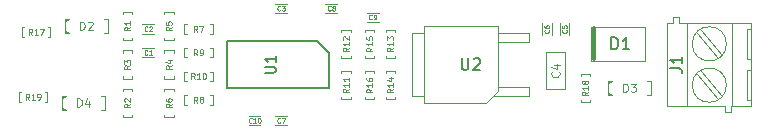
<source format=gbr>
%TF.GenerationSoftware,KiCad,Pcbnew,7.0.11-2.fc39*%
%TF.CreationDate,2024-11-23T03:24:37+03:00*%
%TF.ProjectId,logic_tester,6c6f6769-635f-4746-9573-7465722e6b69,1.0*%
%TF.SameCoordinates,PX47868c0PY55d4a80*%
%TF.FileFunction,AssemblyDrawing,Top*%
%FSLAX46Y46*%
G04 Gerber Fmt 4.6, Leading zero omitted, Abs format (unit mm)*
G04 Created by KiCad (PCBNEW 7.0.11-2.fc39) date 2024-11-23 03:24:37*
%MOMM*%
%LPD*%
G01*
G04 APERTURE LIST*
%ADD10C,0.100000*%
%ADD11C,0.150000*%
%ADD12C,0.135000*%
%ADD13C,0.105000*%
%ADD14C,0.120000*%
%ADD15C,0.300000*%
G04 APERTURE END LIST*
D10*
X32933333Y-6141752D02*
X32914285Y-6160800D01*
X32914285Y-6160800D02*
X32857143Y-6179847D01*
X32857143Y-6179847D02*
X32819047Y-6179847D01*
X32819047Y-6179847D02*
X32761904Y-6160800D01*
X32761904Y-6160800D02*
X32723809Y-6122704D01*
X32723809Y-6122704D02*
X32704762Y-6084609D01*
X32704762Y-6084609D02*
X32685714Y-6008419D01*
X32685714Y-6008419D02*
X32685714Y-5951276D01*
X32685714Y-5951276D02*
X32704762Y-5875085D01*
X32704762Y-5875085D02*
X32723809Y-5836990D01*
X32723809Y-5836990D02*
X32761904Y-5798895D01*
X32761904Y-5798895D02*
X32819047Y-5779847D01*
X32819047Y-5779847D02*
X32857143Y-5779847D01*
X32857143Y-5779847D02*
X32914285Y-5798895D01*
X32914285Y-5798895D02*
X32933333Y-5817942D01*
X33123809Y-6179847D02*
X33200000Y-6179847D01*
X33200000Y-6179847D02*
X33238095Y-6160800D01*
X33238095Y-6160800D02*
X33257143Y-6141752D01*
X33257143Y-6141752D02*
X33295238Y-6084609D01*
X33295238Y-6084609D02*
X33314285Y-6008419D01*
X33314285Y-6008419D02*
X33314285Y-5856038D01*
X33314285Y-5856038D02*
X33295238Y-5817942D01*
X33295238Y-5817942D02*
X33276190Y-5798895D01*
X33276190Y-5798895D02*
X33238095Y-5779847D01*
X33238095Y-5779847D02*
X33161904Y-5779847D01*
X33161904Y-5779847D02*
X33123809Y-5798895D01*
X33123809Y-5798895D02*
X33104762Y-5817942D01*
X33104762Y-5817942D02*
X33085714Y-5856038D01*
X33085714Y-5856038D02*
X33085714Y-5951276D01*
X33085714Y-5951276D02*
X33104762Y-5989371D01*
X33104762Y-5989371D02*
X33123809Y-6008419D01*
X33123809Y-6008419D02*
X33161904Y-6027466D01*
X33161904Y-6027466D02*
X33238095Y-6027466D01*
X33238095Y-6027466D02*
X33276190Y-6008419D01*
X33276190Y-6008419D02*
X33295238Y-5989371D01*
X33295238Y-5989371D02*
X33314285Y-5951276D01*
X17928571Y-11226109D02*
X17761905Y-10988014D01*
X17642857Y-11226109D02*
X17642857Y-10726109D01*
X17642857Y-10726109D02*
X17833333Y-10726109D01*
X17833333Y-10726109D02*
X17880952Y-10749919D01*
X17880952Y-10749919D02*
X17904762Y-10773728D01*
X17904762Y-10773728D02*
X17928571Y-10821347D01*
X17928571Y-10821347D02*
X17928571Y-10892776D01*
X17928571Y-10892776D02*
X17904762Y-10940395D01*
X17904762Y-10940395D02*
X17880952Y-10964204D01*
X17880952Y-10964204D02*
X17833333Y-10988014D01*
X17833333Y-10988014D02*
X17642857Y-10988014D01*
X18404762Y-11226109D02*
X18119048Y-11226109D01*
X18261905Y-11226109D02*
X18261905Y-10726109D01*
X18261905Y-10726109D02*
X18214286Y-10797538D01*
X18214286Y-10797538D02*
X18166667Y-10845157D01*
X18166667Y-10845157D02*
X18119048Y-10868966D01*
X18714285Y-10726109D02*
X18761904Y-10726109D01*
X18761904Y-10726109D02*
X18809523Y-10749919D01*
X18809523Y-10749919D02*
X18833333Y-10773728D01*
X18833333Y-10773728D02*
X18857142Y-10821347D01*
X18857142Y-10821347D02*
X18880952Y-10916585D01*
X18880952Y-10916585D02*
X18880952Y-11035633D01*
X18880952Y-11035633D02*
X18857142Y-11130871D01*
X18857142Y-11130871D02*
X18833333Y-11178490D01*
X18833333Y-11178490D02*
X18809523Y-11202300D01*
X18809523Y-11202300D02*
X18761904Y-11226109D01*
X18761904Y-11226109D02*
X18714285Y-11226109D01*
X18714285Y-11226109D02*
X18666666Y-11202300D01*
X18666666Y-11202300D02*
X18642857Y-11178490D01*
X18642857Y-11178490D02*
X18619047Y-11130871D01*
X18619047Y-11130871D02*
X18595238Y-11035633D01*
X18595238Y-11035633D02*
X18595238Y-10916585D01*
X18595238Y-10916585D02*
X18619047Y-10821347D01*
X18619047Y-10821347D02*
X18642857Y-10773728D01*
X18642857Y-10773728D02*
X18666666Y-10749919D01*
X18666666Y-10749919D02*
X18714285Y-10726109D01*
X18166666Y-13226109D02*
X18000000Y-12988014D01*
X17880952Y-13226109D02*
X17880952Y-12726109D01*
X17880952Y-12726109D02*
X18071428Y-12726109D01*
X18071428Y-12726109D02*
X18119047Y-12749919D01*
X18119047Y-12749919D02*
X18142857Y-12773728D01*
X18142857Y-12773728D02*
X18166666Y-12821347D01*
X18166666Y-12821347D02*
X18166666Y-12892776D01*
X18166666Y-12892776D02*
X18142857Y-12940395D01*
X18142857Y-12940395D02*
X18119047Y-12964204D01*
X18119047Y-12964204D02*
X18071428Y-12988014D01*
X18071428Y-12988014D02*
X17880952Y-12988014D01*
X18452381Y-12940395D02*
X18404762Y-12916585D01*
X18404762Y-12916585D02*
X18380952Y-12892776D01*
X18380952Y-12892776D02*
X18357143Y-12845157D01*
X18357143Y-12845157D02*
X18357143Y-12821347D01*
X18357143Y-12821347D02*
X18380952Y-12773728D01*
X18380952Y-12773728D02*
X18404762Y-12749919D01*
X18404762Y-12749919D02*
X18452381Y-12726109D01*
X18452381Y-12726109D02*
X18547619Y-12726109D01*
X18547619Y-12726109D02*
X18595238Y-12749919D01*
X18595238Y-12749919D02*
X18619047Y-12773728D01*
X18619047Y-12773728D02*
X18642857Y-12821347D01*
X18642857Y-12821347D02*
X18642857Y-12845157D01*
X18642857Y-12845157D02*
X18619047Y-12892776D01*
X18619047Y-12892776D02*
X18595238Y-12916585D01*
X18595238Y-12916585D02*
X18547619Y-12940395D01*
X18547619Y-12940395D02*
X18452381Y-12940395D01*
X18452381Y-12940395D02*
X18404762Y-12964204D01*
X18404762Y-12964204D02*
X18380952Y-12988014D01*
X18380952Y-12988014D02*
X18357143Y-13035633D01*
X18357143Y-13035633D02*
X18357143Y-13130871D01*
X18357143Y-13130871D02*
X18380952Y-13178490D01*
X18380952Y-13178490D02*
X18404762Y-13202300D01*
X18404762Y-13202300D02*
X18452381Y-13226109D01*
X18452381Y-13226109D02*
X18547619Y-13226109D01*
X18547619Y-13226109D02*
X18595238Y-13202300D01*
X18595238Y-13202300D02*
X18619047Y-13178490D01*
X18619047Y-13178490D02*
X18642857Y-13130871D01*
X18642857Y-13130871D02*
X18642857Y-13035633D01*
X18642857Y-13035633D02*
X18619047Y-12988014D01*
X18619047Y-12988014D02*
X18595238Y-12964204D01*
X18595238Y-12964204D02*
X18547619Y-12940395D01*
D11*
X58204819Y-10333333D02*
X58919104Y-10333333D01*
X58919104Y-10333333D02*
X59061961Y-10380952D01*
X59061961Y-10380952D02*
X59157200Y-10476190D01*
X59157200Y-10476190D02*
X59204819Y-10619047D01*
X59204819Y-10619047D02*
X59204819Y-10714285D01*
X59204819Y-9333333D02*
X59204819Y-9904761D01*
X59204819Y-9619047D02*
X58204819Y-9619047D01*
X58204819Y-9619047D02*
X58347676Y-9714285D01*
X58347676Y-9714285D02*
X58442914Y-9809523D01*
X58442914Y-9809523D02*
X58490533Y-9904761D01*
D10*
X32976109Y-8571428D02*
X32738014Y-8738094D01*
X32976109Y-8857142D02*
X32476109Y-8857142D01*
X32476109Y-8857142D02*
X32476109Y-8666666D01*
X32476109Y-8666666D02*
X32499919Y-8619047D01*
X32499919Y-8619047D02*
X32523728Y-8595237D01*
X32523728Y-8595237D02*
X32571347Y-8571428D01*
X32571347Y-8571428D02*
X32642776Y-8571428D01*
X32642776Y-8571428D02*
X32690395Y-8595237D01*
X32690395Y-8595237D02*
X32714204Y-8619047D01*
X32714204Y-8619047D02*
X32738014Y-8666666D01*
X32738014Y-8666666D02*
X32738014Y-8857142D01*
X32976109Y-8095237D02*
X32976109Y-8380951D01*
X32976109Y-8238094D02*
X32476109Y-8238094D01*
X32476109Y-8238094D02*
X32547538Y-8285713D01*
X32547538Y-8285713D02*
X32595157Y-8333332D01*
X32595157Y-8333332D02*
X32618966Y-8380951D01*
X32476109Y-7642857D02*
X32476109Y-7880952D01*
X32476109Y-7880952D02*
X32714204Y-7904761D01*
X32714204Y-7904761D02*
X32690395Y-7880952D01*
X32690395Y-7880952D02*
X32666585Y-7833333D01*
X32666585Y-7833333D02*
X32666585Y-7714285D01*
X32666585Y-7714285D02*
X32690395Y-7666666D01*
X32690395Y-7666666D02*
X32714204Y-7642857D01*
X32714204Y-7642857D02*
X32761823Y-7619047D01*
X32761823Y-7619047D02*
X32880871Y-7619047D01*
X32880871Y-7619047D02*
X32928490Y-7642857D01*
X32928490Y-7642857D02*
X32952300Y-7666666D01*
X32952300Y-7666666D02*
X32976109Y-7714285D01*
X32976109Y-7714285D02*
X32976109Y-7833333D01*
X32976109Y-7833333D02*
X32952300Y-7880952D01*
X32952300Y-7880952D02*
X32928490Y-7904761D01*
X7983333Y-13568633D02*
X7983333Y-12868633D01*
X7983333Y-12868633D02*
X8150000Y-12868633D01*
X8150000Y-12868633D02*
X8250000Y-12901966D01*
X8250000Y-12901966D02*
X8316667Y-12968633D01*
X8316667Y-12968633D02*
X8350000Y-13035300D01*
X8350000Y-13035300D02*
X8383333Y-13168633D01*
X8383333Y-13168633D02*
X8383333Y-13268633D01*
X8383333Y-13268633D02*
X8350000Y-13401966D01*
X8350000Y-13401966D02*
X8316667Y-13468633D01*
X8316667Y-13468633D02*
X8250000Y-13535300D01*
X8250000Y-13535300D02*
X8150000Y-13568633D01*
X8150000Y-13568633D02*
X7983333Y-13568633D01*
X8983333Y-13101966D02*
X8983333Y-13568633D01*
X8816667Y-12835300D02*
X8650000Y-13335300D01*
X8650000Y-13335300D02*
X9083333Y-13335300D01*
X34726109Y-8571428D02*
X34488014Y-8738094D01*
X34726109Y-8857142D02*
X34226109Y-8857142D01*
X34226109Y-8857142D02*
X34226109Y-8666666D01*
X34226109Y-8666666D02*
X34249919Y-8619047D01*
X34249919Y-8619047D02*
X34273728Y-8595237D01*
X34273728Y-8595237D02*
X34321347Y-8571428D01*
X34321347Y-8571428D02*
X34392776Y-8571428D01*
X34392776Y-8571428D02*
X34440395Y-8595237D01*
X34440395Y-8595237D02*
X34464204Y-8619047D01*
X34464204Y-8619047D02*
X34488014Y-8666666D01*
X34488014Y-8666666D02*
X34488014Y-8857142D01*
X34726109Y-8095237D02*
X34726109Y-8380951D01*
X34726109Y-8238094D02*
X34226109Y-8238094D01*
X34226109Y-8238094D02*
X34297538Y-8285713D01*
X34297538Y-8285713D02*
X34345157Y-8333332D01*
X34345157Y-8333332D02*
X34368966Y-8380951D01*
X34226109Y-7928571D02*
X34226109Y-7619047D01*
X34226109Y-7619047D02*
X34416585Y-7785714D01*
X34416585Y-7785714D02*
X34416585Y-7714285D01*
X34416585Y-7714285D02*
X34440395Y-7666666D01*
X34440395Y-7666666D02*
X34464204Y-7642857D01*
X34464204Y-7642857D02*
X34511823Y-7619047D01*
X34511823Y-7619047D02*
X34630871Y-7619047D01*
X34630871Y-7619047D02*
X34678490Y-7642857D01*
X34678490Y-7642857D02*
X34702300Y-7666666D01*
X34702300Y-7666666D02*
X34726109Y-7714285D01*
X34726109Y-7714285D02*
X34726109Y-7857142D01*
X34726109Y-7857142D02*
X34702300Y-7904761D01*
X34702300Y-7904761D02*
X34678490Y-7928571D01*
X30976109Y-8571428D02*
X30738014Y-8738094D01*
X30976109Y-8857142D02*
X30476109Y-8857142D01*
X30476109Y-8857142D02*
X30476109Y-8666666D01*
X30476109Y-8666666D02*
X30499919Y-8619047D01*
X30499919Y-8619047D02*
X30523728Y-8595237D01*
X30523728Y-8595237D02*
X30571347Y-8571428D01*
X30571347Y-8571428D02*
X30642776Y-8571428D01*
X30642776Y-8571428D02*
X30690395Y-8595237D01*
X30690395Y-8595237D02*
X30714204Y-8619047D01*
X30714204Y-8619047D02*
X30738014Y-8666666D01*
X30738014Y-8666666D02*
X30738014Y-8857142D01*
X30976109Y-8095237D02*
X30976109Y-8380951D01*
X30976109Y-8238094D02*
X30476109Y-8238094D01*
X30476109Y-8238094D02*
X30547538Y-8285713D01*
X30547538Y-8285713D02*
X30595157Y-8333332D01*
X30595157Y-8333332D02*
X30618966Y-8380951D01*
X30523728Y-7904761D02*
X30499919Y-7880952D01*
X30499919Y-7880952D02*
X30476109Y-7833333D01*
X30476109Y-7833333D02*
X30476109Y-7714285D01*
X30476109Y-7714285D02*
X30499919Y-7666666D01*
X30499919Y-7666666D02*
X30523728Y-7642857D01*
X30523728Y-7642857D02*
X30571347Y-7619047D01*
X30571347Y-7619047D02*
X30618966Y-7619047D01*
X30618966Y-7619047D02*
X30690395Y-7642857D01*
X30690395Y-7642857D02*
X30976109Y-7928571D01*
X30976109Y-7928571D02*
X30976109Y-7619047D01*
X15976109Y-10083333D02*
X15738014Y-10249999D01*
X15976109Y-10369047D02*
X15476109Y-10369047D01*
X15476109Y-10369047D02*
X15476109Y-10178571D01*
X15476109Y-10178571D02*
X15499919Y-10130952D01*
X15499919Y-10130952D02*
X15523728Y-10107142D01*
X15523728Y-10107142D02*
X15571347Y-10083333D01*
X15571347Y-10083333D02*
X15642776Y-10083333D01*
X15642776Y-10083333D02*
X15690395Y-10107142D01*
X15690395Y-10107142D02*
X15714204Y-10130952D01*
X15714204Y-10130952D02*
X15738014Y-10178571D01*
X15738014Y-10178571D02*
X15738014Y-10369047D01*
X15642776Y-9654761D02*
X15976109Y-9654761D01*
X15452300Y-9773809D02*
X15809442Y-9892856D01*
X15809442Y-9892856D02*
X15809442Y-9583333D01*
X13933333Y-9141752D02*
X13914285Y-9160800D01*
X13914285Y-9160800D02*
X13857143Y-9179847D01*
X13857143Y-9179847D02*
X13819047Y-9179847D01*
X13819047Y-9179847D02*
X13761904Y-9160800D01*
X13761904Y-9160800D02*
X13723809Y-9122704D01*
X13723809Y-9122704D02*
X13704762Y-9084609D01*
X13704762Y-9084609D02*
X13685714Y-9008419D01*
X13685714Y-9008419D02*
X13685714Y-8951276D01*
X13685714Y-8951276D02*
X13704762Y-8875085D01*
X13704762Y-8875085D02*
X13723809Y-8836990D01*
X13723809Y-8836990D02*
X13761904Y-8798895D01*
X13761904Y-8798895D02*
X13819047Y-8779847D01*
X13819047Y-8779847D02*
X13857143Y-8779847D01*
X13857143Y-8779847D02*
X13914285Y-8798895D01*
X13914285Y-8798895D02*
X13933333Y-8817942D01*
X14314285Y-9179847D02*
X14085714Y-9179847D01*
X14200000Y-9179847D02*
X14200000Y-8779847D01*
X14200000Y-8779847D02*
X14161904Y-8836990D01*
X14161904Y-8836990D02*
X14123809Y-8875085D01*
X14123809Y-8875085D02*
X14085714Y-8894133D01*
X12476109Y-10083333D02*
X12238014Y-10249999D01*
X12476109Y-10369047D02*
X11976109Y-10369047D01*
X11976109Y-10369047D02*
X11976109Y-10178571D01*
X11976109Y-10178571D02*
X11999919Y-10130952D01*
X11999919Y-10130952D02*
X12023728Y-10107142D01*
X12023728Y-10107142D02*
X12071347Y-10083333D01*
X12071347Y-10083333D02*
X12142776Y-10083333D01*
X12142776Y-10083333D02*
X12190395Y-10107142D01*
X12190395Y-10107142D02*
X12214204Y-10130952D01*
X12214204Y-10130952D02*
X12238014Y-10178571D01*
X12238014Y-10178571D02*
X12238014Y-10369047D01*
X11976109Y-9916666D02*
X11976109Y-9607142D01*
X11976109Y-9607142D02*
X12166585Y-9773809D01*
X12166585Y-9773809D02*
X12166585Y-9702380D01*
X12166585Y-9702380D02*
X12190395Y-9654761D01*
X12190395Y-9654761D02*
X12214204Y-9630952D01*
X12214204Y-9630952D02*
X12261823Y-9607142D01*
X12261823Y-9607142D02*
X12380871Y-9607142D01*
X12380871Y-9607142D02*
X12428490Y-9630952D01*
X12428490Y-9630952D02*
X12452300Y-9654761D01*
X12452300Y-9654761D02*
X12476109Y-9702380D01*
X12476109Y-9702380D02*
X12476109Y-9845237D01*
X12476109Y-9845237D02*
X12452300Y-9892856D01*
X12452300Y-9892856D02*
X12428490Y-9916666D01*
X29433333Y-5391752D02*
X29414285Y-5410800D01*
X29414285Y-5410800D02*
X29357143Y-5429847D01*
X29357143Y-5429847D02*
X29319047Y-5429847D01*
X29319047Y-5429847D02*
X29261904Y-5410800D01*
X29261904Y-5410800D02*
X29223809Y-5372704D01*
X29223809Y-5372704D02*
X29204762Y-5334609D01*
X29204762Y-5334609D02*
X29185714Y-5258419D01*
X29185714Y-5258419D02*
X29185714Y-5201276D01*
X29185714Y-5201276D02*
X29204762Y-5125085D01*
X29204762Y-5125085D02*
X29223809Y-5086990D01*
X29223809Y-5086990D02*
X29261904Y-5048895D01*
X29261904Y-5048895D02*
X29319047Y-5029847D01*
X29319047Y-5029847D02*
X29357143Y-5029847D01*
X29357143Y-5029847D02*
X29414285Y-5048895D01*
X29414285Y-5048895D02*
X29433333Y-5067942D01*
X29661904Y-5201276D02*
X29623809Y-5182228D01*
X29623809Y-5182228D02*
X29604762Y-5163180D01*
X29604762Y-5163180D02*
X29585714Y-5125085D01*
X29585714Y-5125085D02*
X29585714Y-5106038D01*
X29585714Y-5106038D02*
X29604762Y-5067942D01*
X29604762Y-5067942D02*
X29623809Y-5048895D01*
X29623809Y-5048895D02*
X29661904Y-5029847D01*
X29661904Y-5029847D02*
X29738095Y-5029847D01*
X29738095Y-5029847D02*
X29776190Y-5048895D01*
X29776190Y-5048895D02*
X29795238Y-5067942D01*
X29795238Y-5067942D02*
X29814285Y-5106038D01*
X29814285Y-5106038D02*
X29814285Y-5125085D01*
X29814285Y-5125085D02*
X29795238Y-5163180D01*
X29795238Y-5163180D02*
X29776190Y-5182228D01*
X29776190Y-5182228D02*
X29738095Y-5201276D01*
X29738095Y-5201276D02*
X29661904Y-5201276D01*
X29661904Y-5201276D02*
X29623809Y-5220323D01*
X29623809Y-5220323D02*
X29604762Y-5239371D01*
X29604762Y-5239371D02*
X29585714Y-5277466D01*
X29585714Y-5277466D02*
X29585714Y-5353657D01*
X29585714Y-5353657D02*
X29604762Y-5391752D01*
X29604762Y-5391752D02*
X29623809Y-5410800D01*
X29623809Y-5410800D02*
X29661904Y-5429847D01*
X29661904Y-5429847D02*
X29738095Y-5429847D01*
X29738095Y-5429847D02*
X29776190Y-5410800D01*
X29776190Y-5410800D02*
X29795238Y-5391752D01*
X29795238Y-5391752D02*
X29814285Y-5353657D01*
X29814285Y-5353657D02*
X29814285Y-5277466D01*
X29814285Y-5277466D02*
X29795238Y-5239371D01*
X29795238Y-5239371D02*
X29776190Y-5220323D01*
X29776190Y-5220323D02*
X29738095Y-5201276D01*
X4178571Y-7476109D02*
X4011905Y-7238014D01*
X3892857Y-7476109D02*
X3892857Y-6976109D01*
X3892857Y-6976109D02*
X4083333Y-6976109D01*
X4083333Y-6976109D02*
X4130952Y-6999919D01*
X4130952Y-6999919D02*
X4154762Y-7023728D01*
X4154762Y-7023728D02*
X4178571Y-7071347D01*
X4178571Y-7071347D02*
X4178571Y-7142776D01*
X4178571Y-7142776D02*
X4154762Y-7190395D01*
X4154762Y-7190395D02*
X4130952Y-7214204D01*
X4130952Y-7214204D02*
X4083333Y-7238014D01*
X4083333Y-7238014D02*
X3892857Y-7238014D01*
X4654762Y-7476109D02*
X4369048Y-7476109D01*
X4511905Y-7476109D02*
X4511905Y-6976109D01*
X4511905Y-6976109D02*
X4464286Y-7047538D01*
X4464286Y-7047538D02*
X4416667Y-7095157D01*
X4416667Y-7095157D02*
X4369048Y-7118966D01*
X4821428Y-6976109D02*
X5154761Y-6976109D01*
X5154761Y-6976109D02*
X4940476Y-7476109D01*
X47891752Y-7066666D02*
X47910800Y-7085714D01*
X47910800Y-7085714D02*
X47929847Y-7142856D01*
X47929847Y-7142856D02*
X47929847Y-7180952D01*
X47929847Y-7180952D02*
X47910800Y-7238095D01*
X47910800Y-7238095D02*
X47872704Y-7276190D01*
X47872704Y-7276190D02*
X47834609Y-7295237D01*
X47834609Y-7295237D02*
X47758419Y-7314285D01*
X47758419Y-7314285D02*
X47701276Y-7314285D01*
X47701276Y-7314285D02*
X47625085Y-7295237D01*
X47625085Y-7295237D02*
X47586990Y-7276190D01*
X47586990Y-7276190D02*
X47548895Y-7238095D01*
X47548895Y-7238095D02*
X47529847Y-7180952D01*
X47529847Y-7180952D02*
X47529847Y-7142856D01*
X47529847Y-7142856D02*
X47548895Y-7085714D01*
X47548895Y-7085714D02*
X47567942Y-7066666D01*
X47529847Y-6723809D02*
X47529847Y-6799999D01*
X47529847Y-6799999D02*
X47548895Y-6838095D01*
X47548895Y-6838095D02*
X47567942Y-6857142D01*
X47567942Y-6857142D02*
X47625085Y-6895237D01*
X47625085Y-6895237D02*
X47701276Y-6914285D01*
X47701276Y-6914285D02*
X47853657Y-6914285D01*
X47853657Y-6914285D02*
X47891752Y-6895237D01*
X47891752Y-6895237D02*
X47910800Y-6876190D01*
X47910800Y-6876190D02*
X47929847Y-6838095D01*
X47929847Y-6838095D02*
X47929847Y-6761904D01*
X47929847Y-6761904D02*
X47910800Y-6723809D01*
X47910800Y-6723809D02*
X47891752Y-6704761D01*
X47891752Y-6704761D02*
X47853657Y-6685714D01*
X47853657Y-6685714D02*
X47758419Y-6685714D01*
X47758419Y-6685714D02*
X47720323Y-6704761D01*
X47720323Y-6704761D02*
X47701276Y-6723809D01*
X47701276Y-6723809D02*
X47682228Y-6761904D01*
X47682228Y-6761904D02*
X47682228Y-6838095D01*
X47682228Y-6838095D02*
X47701276Y-6876190D01*
X47701276Y-6876190D02*
X47720323Y-6895237D01*
X47720323Y-6895237D02*
X47758419Y-6914285D01*
X22742857Y-14891752D02*
X22723809Y-14910800D01*
X22723809Y-14910800D02*
X22666667Y-14929847D01*
X22666667Y-14929847D02*
X22628571Y-14929847D01*
X22628571Y-14929847D02*
X22571428Y-14910800D01*
X22571428Y-14910800D02*
X22533333Y-14872704D01*
X22533333Y-14872704D02*
X22514286Y-14834609D01*
X22514286Y-14834609D02*
X22495238Y-14758419D01*
X22495238Y-14758419D02*
X22495238Y-14701276D01*
X22495238Y-14701276D02*
X22514286Y-14625085D01*
X22514286Y-14625085D02*
X22533333Y-14586990D01*
X22533333Y-14586990D02*
X22571428Y-14548895D01*
X22571428Y-14548895D02*
X22628571Y-14529847D01*
X22628571Y-14529847D02*
X22666667Y-14529847D01*
X22666667Y-14529847D02*
X22723809Y-14548895D01*
X22723809Y-14548895D02*
X22742857Y-14567942D01*
X23123809Y-14929847D02*
X22895238Y-14929847D01*
X23009524Y-14929847D02*
X23009524Y-14529847D01*
X23009524Y-14529847D02*
X22971428Y-14586990D01*
X22971428Y-14586990D02*
X22933333Y-14625085D01*
X22933333Y-14625085D02*
X22895238Y-14644133D01*
X23371428Y-14529847D02*
X23409523Y-14529847D01*
X23409523Y-14529847D02*
X23447619Y-14548895D01*
X23447619Y-14548895D02*
X23466666Y-14567942D01*
X23466666Y-14567942D02*
X23485714Y-14606038D01*
X23485714Y-14606038D02*
X23504761Y-14682228D01*
X23504761Y-14682228D02*
X23504761Y-14777466D01*
X23504761Y-14777466D02*
X23485714Y-14853657D01*
X23485714Y-14853657D02*
X23466666Y-14891752D01*
X23466666Y-14891752D02*
X23447619Y-14910800D01*
X23447619Y-14910800D02*
X23409523Y-14929847D01*
X23409523Y-14929847D02*
X23371428Y-14929847D01*
X23371428Y-14929847D02*
X23333333Y-14910800D01*
X23333333Y-14910800D02*
X23314285Y-14891752D01*
X23314285Y-14891752D02*
X23295238Y-14853657D01*
X23295238Y-14853657D02*
X23276190Y-14777466D01*
X23276190Y-14777466D02*
X23276190Y-14682228D01*
X23276190Y-14682228D02*
X23295238Y-14606038D01*
X23295238Y-14606038D02*
X23314285Y-14567942D01*
X23314285Y-14567942D02*
X23333333Y-14548895D01*
X23333333Y-14548895D02*
X23371428Y-14529847D01*
X32976109Y-12071428D02*
X32738014Y-12238094D01*
X32976109Y-12357142D02*
X32476109Y-12357142D01*
X32476109Y-12357142D02*
X32476109Y-12166666D01*
X32476109Y-12166666D02*
X32499919Y-12119047D01*
X32499919Y-12119047D02*
X32523728Y-12095237D01*
X32523728Y-12095237D02*
X32571347Y-12071428D01*
X32571347Y-12071428D02*
X32642776Y-12071428D01*
X32642776Y-12071428D02*
X32690395Y-12095237D01*
X32690395Y-12095237D02*
X32714204Y-12119047D01*
X32714204Y-12119047D02*
X32738014Y-12166666D01*
X32738014Y-12166666D02*
X32738014Y-12357142D01*
X32976109Y-11595237D02*
X32976109Y-11880951D01*
X32976109Y-11738094D02*
X32476109Y-11738094D01*
X32476109Y-11738094D02*
X32547538Y-11785713D01*
X32547538Y-11785713D02*
X32595157Y-11833332D01*
X32595157Y-11833332D02*
X32618966Y-11880951D01*
X32476109Y-11166666D02*
X32476109Y-11261904D01*
X32476109Y-11261904D02*
X32499919Y-11309523D01*
X32499919Y-11309523D02*
X32523728Y-11333333D01*
X32523728Y-11333333D02*
X32595157Y-11380952D01*
X32595157Y-11380952D02*
X32690395Y-11404761D01*
X32690395Y-11404761D02*
X32880871Y-11404761D01*
X32880871Y-11404761D02*
X32928490Y-11380952D01*
X32928490Y-11380952D02*
X32952300Y-11357142D01*
X32952300Y-11357142D02*
X32976109Y-11309523D01*
X32976109Y-11309523D02*
X32976109Y-11214285D01*
X32976109Y-11214285D02*
X32952300Y-11166666D01*
X32952300Y-11166666D02*
X32928490Y-11142857D01*
X32928490Y-11142857D02*
X32880871Y-11119047D01*
X32880871Y-11119047D02*
X32761823Y-11119047D01*
X32761823Y-11119047D02*
X32714204Y-11142857D01*
X32714204Y-11142857D02*
X32690395Y-11166666D01*
X32690395Y-11166666D02*
X32666585Y-11214285D01*
X32666585Y-11214285D02*
X32666585Y-11309523D01*
X32666585Y-11309523D02*
X32690395Y-11357142D01*
X32690395Y-11357142D02*
X32714204Y-11380952D01*
X32714204Y-11380952D02*
X32761823Y-11404761D01*
X12476109Y-6833333D02*
X12238014Y-6999999D01*
X12476109Y-7119047D02*
X11976109Y-7119047D01*
X11976109Y-7119047D02*
X11976109Y-6928571D01*
X11976109Y-6928571D02*
X11999919Y-6880952D01*
X11999919Y-6880952D02*
X12023728Y-6857142D01*
X12023728Y-6857142D02*
X12071347Y-6833333D01*
X12071347Y-6833333D02*
X12142776Y-6833333D01*
X12142776Y-6833333D02*
X12190395Y-6857142D01*
X12190395Y-6857142D02*
X12214204Y-6880952D01*
X12214204Y-6880952D02*
X12238014Y-6928571D01*
X12238014Y-6928571D02*
X12238014Y-7119047D01*
X12476109Y-6357142D02*
X12476109Y-6642856D01*
X12476109Y-6499999D02*
X11976109Y-6499999D01*
X11976109Y-6499999D02*
X12047538Y-6547618D01*
X12047538Y-6547618D02*
X12095157Y-6595237D01*
X12095157Y-6595237D02*
X12118966Y-6642856D01*
X34726109Y-12071428D02*
X34488014Y-12238094D01*
X34726109Y-12357142D02*
X34226109Y-12357142D01*
X34226109Y-12357142D02*
X34226109Y-12166666D01*
X34226109Y-12166666D02*
X34249919Y-12119047D01*
X34249919Y-12119047D02*
X34273728Y-12095237D01*
X34273728Y-12095237D02*
X34321347Y-12071428D01*
X34321347Y-12071428D02*
X34392776Y-12071428D01*
X34392776Y-12071428D02*
X34440395Y-12095237D01*
X34440395Y-12095237D02*
X34464204Y-12119047D01*
X34464204Y-12119047D02*
X34488014Y-12166666D01*
X34488014Y-12166666D02*
X34488014Y-12357142D01*
X34726109Y-11595237D02*
X34726109Y-11880951D01*
X34726109Y-11738094D02*
X34226109Y-11738094D01*
X34226109Y-11738094D02*
X34297538Y-11785713D01*
X34297538Y-11785713D02*
X34345157Y-11833332D01*
X34345157Y-11833332D02*
X34368966Y-11880951D01*
X34392776Y-11166666D02*
X34726109Y-11166666D01*
X34202300Y-11285714D02*
X34559442Y-11404761D01*
X34559442Y-11404761D02*
X34559442Y-11095238D01*
X8233333Y-7068633D02*
X8233333Y-6368633D01*
X8233333Y-6368633D02*
X8400000Y-6368633D01*
X8400000Y-6368633D02*
X8500000Y-6401966D01*
X8500000Y-6401966D02*
X8566667Y-6468633D01*
X8566667Y-6468633D02*
X8600000Y-6535300D01*
X8600000Y-6535300D02*
X8633333Y-6668633D01*
X8633333Y-6668633D02*
X8633333Y-6768633D01*
X8633333Y-6768633D02*
X8600000Y-6901966D01*
X8600000Y-6901966D02*
X8566667Y-6968633D01*
X8566667Y-6968633D02*
X8500000Y-7035300D01*
X8500000Y-7035300D02*
X8400000Y-7068633D01*
X8400000Y-7068633D02*
X8233333Y-7068633D01*
X8900000Y-6435300D02*
X8933333Y-6401966D01*
X8933333Y-6401966D02*
X9000000Y-6368633D01*
X9000000Y-6368633D02*
X9166667Y-6368633D01*
X9166667Y-6368633D02*
X9233333Y-6401966D01*
X9233333Y-6401966D02*
X9266667Y-6435300D01*
X9266667Y-6435300D02*
X9300000Y-6501966D01*
X9300000Y-6501966D02*
X9300000Y-6568633D01*
X9300000Y-6568633D02*
X9266667Y-6668633D01*
X9266667Y-6668633D02*
X8866667Y-7068633D01*
X8866667Y-7068633D02*
X9300000Y-7068633D01*
X49391752Y-7066666D02*
X49410800Y-7085714D01*
X49410800Y-7085714D02*
X49429847Y-7142856D01*
X49429847Y-7142856D02*
X49429847Y-7180952D01*
X49429847Y-7180952D02*
X49410800Y-7238095D01*
X49410800Y-7238095D02*
X49372704Y-7276190D01*
X49372704Y-7276190D02*
X49334609Y-7295237D01*
X49334609Y-7295237D02*
X49258419Y-7314285D01*
X49258419Y-7314285D02*
X49201276Y-7314285D01*
X49201276Y-7314285D02*
X49125085Y-7295237D01*
X49125085Y-7295237D02*
X49086990Y-7276190D01*
X49086990Y-7276190D02*
X49048895Y-7238095D01*
X49048895Y-7238095D02*
X49029847Y-7180952D01*
X49029847Y-7180952D02*
X49029847Y-7142856D01*
X49029847Y-7142856D02*
X49048895Y-7085714D01*
X49048895Y-7085714D02*
X49067942Y-7066666D01*
X49029847Y-6704761D02*
X49029847Y-6895237D01*
X49029847Y-6895237D02*
X49220323Y-6914285D01*
X49220323Y-6914285D02*
X49201276Y-6895237D01*
X49201276Y-6895237D02*
X49182228Y-6857142D01*
X49182228Y-6857142D02*
X49182228Y-6761904D01*
X49182228Y-6761904D02*
X49201276Y-6723809D01*
X49201276Y-6723809D02*
X49220323Y-6704761D01*
X49220323Y-6704761D02*
X49258419Y-6685714D01*
X49258419Y-6685714D02*
X49353657Y-6685714D01*
X49353657Y-6685714D02*
X49391752Y-6704761D01*
X49391752Y-6704761D02*
X49410800Y-6723809D01*
X49410800Y-6723809D02*
X49429847Y-6761904D01*
X49429847Y-6761904D02*
X49429847Y-6857142D01*
X49429847Y-6857142D02*
X49410800Y-6895237D01*
X49410800Y-6895237D02*
X49391752Y-6914285D01*
D12*
X23874337Y-10685714D02*
X24602908Y-10685714D01*
X24602908Y-10685714D02*
X24688622Y-10642857D01*
X24688622Y-10642857D02*
X24731480Y-10600000D01*
X24731480Y-10600000D02*
X24774337Y-10514285D01*
X24774337Y-10514285D02*
X24774337Y-10342857D01*
X24774337Y-10342857D02*
X24731480Y-10257142D01*
X24731480Y-10257142D02*
X24688622Y-10214285D01*
X24688622Y-10214285D02*
X24602908Y-10171428D01*
X24602908Y-10171428D02*
X23874337Y-10171428D01*
X24774337Y-9271428D02*
X24774337Y-9785714D01*
X24774337Y-9528571D02*
X23874337Y-9528571D01*
X23874337Y-9528571D02*
X24002908Y-9614285D01*
X24002908Y-9614285D02*
X24088622Y-9700000D01*
X24088622Y-9700000D02*
X24131480Y-9785714D01*
D10*
X18166666Y-7226109D02*
X18000000Y-6988014D01*
X17880952Y-7226109D02*
X17880952Y-6726109D01*
X17880952Y-6726109D02*
X18071428Y-6726109D01*
X18071428Y-6726109D02*
X18119047Y-6749919D01*
X18119047Y-6749919D02*
X18142857Y-6773728D01*
X18142857Y-6773728D02*
X18166666Y-6821347D01*
X18166666Y-6821347D02*
X18166666Y-6892776D01*
X18166666Y-6892776D02*
X18142857Y-6940395D01*
X18142857Y-6940395D02*
X18119047Y-6964204D01*
X18119047Y-6964204D02*
X18071428Y-6988014D01*
X18071428Y-6988014D02*
X17880952Y-6988014D01*
X18333333Y-6726109D02*
X18666666Y-6726109D01*
X18666666Y-6726109D02*
X18452381Y-7226109D01*
X13933333Y-7141752D02*
X13914285Y-7160800D01*
X13914285Y-7160800D02*
X13857143Y-7179847D01*
X13857143Y-7179847D02*
X13819047Y-7179847D01*
X13819047Y-7179847D02*
X13761904Y-7160800D01*
X13761904Y-7160800D02*
X13723809Y-7122704D01*
X13723809Y-7122704D02*
X13704762Y-7084609D01*
X13704762Y-7084609D02*
X13685714Y-7008419D01*
X13685714Y-7008419D02*
X13685714Y-6951276D01*
X13685714Y-6951276D02*
X13704762Y-6875085D01*
X13704762Y-6875085D02*
X13723809Y-6836990D01*
X13723809Y-6836990D02*
X13761904Y-6798895D01*
X13761904Y-6798895D02*
X13819047Y-6779847D01*
X13819047Y-6779847D02*
X13857143Y-6779847D01*
X13857143Y-6779847D02*
X13914285Y-6798895D01*
X13914285Y-6798895D02*
X13933333Y-6817942D01*
X14085714Y-6817942D02*
X14104762Y-6798895D01*
X14104762Y-6798895D02*
X14142857Y-6779847D01*
X14142857Y-6779847D02*
X14238095Y-6779847D01*
X14238095Y-6779847D02*
X14276190Y-6798895D01*
X14276190Y-6798895D02*
X14295238Y-6817942D01*
X14295238Y-6817942D02*
X14314285Y-6856038D01*
X14314285Y-6856038D02*
X14314285Y-6894133D01*
X14314285Y-6894133D02*
X14295238Y-6951276D01*
X14295238Y-6951276D02*
X14066666Y-7179847D01*
X14066666Y-7179847D02*
X14314285Y-7179847D01*
X12476109Y-13333333D02*
X12238014Y-13499999D01*
X12476109Y-13619047D02*
X11976109Y-13619047D01*
X11976109Y-13619047D02*
X11976109Y-13428571D01*
X11976109Y-13428571D02*
X11999919Y-13380952D01*
X11999919Y-13380952D02*
X12023728Y-13357142D01*
X12023728Y-13357142D02*
X12071347Y-13333333D01*
X12071347Y-13333333D02*
X12142776Y-13333333D01*
X12142776Y-13333333D02*
X12190395Y-13357142D01*
X12190395Y-13357142D02*
X12214204Y-13380952D01*
X12214204Y-13380952D02*
X12238014Y-13428571D01*
X12238014Y-13428571D02*
X12238014Y-13619047D01*
X12023728Y-13142856D02*
X11999919Y-13119047D01*
X11999919Y-13119047D02*
X11976109Y-13071428D01*
X11976109Y-13071428D02*
X11976109Y-12952380D01*
X11976109Y-12952380D02*
X11999919Y-12904761D01*
X11999919Y-12904761D02*
X12023728Y-12880952D01*
X12023728Y-12880952D02*
X12071347Y-12857142D01*
X12071347Y-12857142D02*
X12118966Y-12857142D01*
X12118966Y-12857142D02*
X12190395Y-12880952D01*
X12190395Y-12880952D02*
X12476109Y-13166666D01*
X12476109Y-13166666D02*
X12476109Y-12857142D01*
X15976109Y-6833333D02*
X15738014Y-6999999D01*
X15976109Y-7119047D02*
X15476109Y-7119047D01*
X15476109Y-7119047D02*
X15476109Y-6928571D01*
X15476109Y-6928571D02*
X15499919Y-6880952D01*
X15499919Y-6880952D02*
X15523728Y-6857142D01*
X15523728Y-6857142D02*
X15571347Y-6833333D01*
X15571347Y-6833333D02*
X15642776Y-6833333D01*
X15642776Y-6833333D02*
X15690395Y-6857142D01*
X15690395Y-6857142D02*
X15714204Y-6880952D01*
X15714204Y-6880952D02*
X15738014Y-6928571D01*
X15738014Y-6928571D02*
X15738014Y-7119047D01*
X15476109Y-6380952D02*
X15476109Y-6619047D01*
X15476109Y-6619047D02*
X15714204Y-6642856D01*
X15714204Y-6642856D02*
X15690395Y-6619047D01*
X15690395Y-6619047D02*
X15666585Y-6571428D01*
X15666585Y-6571428D02*
X15666585Y-6452380D01*
X15666585Y-6452380D02*
X15690395Y-6404761D01*
X15690395Y-6404761D02*
X15714204Y-6380952D01*
X15714204Y-6380952D02*
X15761823Y-6357142D01*
X15761823Y-6357142D02*
X15880871Y-6357142D01*
X15880871Y-6357142D02*
X15928490Y-6380952D01*
X15928490Y-6380952D02*
X15952300Y-6404761D01*
X15952300Y-6404761D02*
X15976109Y-6452380D01*
X15976109Y-6452380D02*
X15976109Y-6571428D01*
X15976109Y-6571428D02*
X15952300Y-6619047D01*
X15952300Y-6619047D02*
X15928490Y-6642856D01*
X51226109Y-12321428D02*
X50988014Y-12488094D01*
X51226109Y-12607142D02*
X50726109Y-12607142D01*
X50726109Y-12607142D02*
X50726109Y-12416666D01*
X50726109Y-12416666D02*
X50749919Y-12369047D01*
X50749919Y-12369047D02*
X50773728Y-12345237D01*
X50773728Y-12345237D02*
X50821347Y-12321428D01*
X50821347Y-12321428D02*
X50892776Y-12321428D01*
X50892776Y-12321428D02*
X50940395Y-12345237D01*
X50940395Y-12345237D02*
X50964204Y-12369047D01*
X50964204Y-12369047D02*
X50988014Y-12416666D01*
X50988014Y-12416666D02*
X50988014Y-12607142D01*
X51226109Y-11845237D02*
X51226109Y-12130951D01*
X51226109Y-11988094D02*
X50726109Y-11988094D01*
X50726109Y-11988094D02*
X50797538Y-12035713D01*
X50797538Y-12035713D02*
X50845157Y-12083332D01*
X50845157Y-12083332D02*
X50868966Y-12130951D01*
X50940395Y-11559523D02*
X50916585Y-11607142D01*
X50916585Y-11607142D02*
X50892776Y-11630952D01*
X50892776Y-11630952D02*
X50845157Y-11654761D01*
X50845157Y-11654761D02*
X50821347Y-11654761D01*
X50821347Y-11654761D02*
X50773728Y-11630952D01*
X50773728Y-11630952D02*
X50749919Y-11607142D01*
X50749919Y-11607142D02*
X50726109Y-11559523D01*
X50726109Y-11559523D02*
X50726109Y-11464285D01*
X50726109Y-11464285D02*
X50749919Y-11416666D01*
X50749919Y-11416666D02*
X50773728Y-11392857D01*
X50773728Y-11392857D02*
X50821347Y-11369047D01*
X50821347Y-11369047D02*
X50845157Y-11369047D01*
X50845157Y-11369047D02*
X50892776Y-11392857D01*
X50892776Y-11392857D02*
X50916585Y-11416666D01*
X50916585Y-11416666D02*
X50940395Y-11464285D01*
X50940395Y-11464285D02*
X50940395Y-11559523D01*
X50940395Y-11559523D02*
X50964204Y-11607142D01*
X50964204Y-11607142D02*
X50988014Y-11630952D01*
X50988014Y-11630952D02*
X51035633Y-11654761D01*
X51035633Y-11654761D02*
X51130871Y-11654761D01*
X51130871Y-11654761D02*
X51178490Y-11630952D01*
X51178490Y-11630952D02*
X51202300Y-11607142D01*
X51202300Y-11607142D02*
X51226109Y-11559523D01*
X51226109Y-11559523D02*
X51226109Y-11464285D01*
X51226109Y-11464285D02*
X51202300Y-11416666D01*
X51202300Y-11416666D02*
X51178490Y-11392857D01*
X51178490Y-11392857D02*
X51130871Y-11369047D01*
X51130871Y-11369047D02*
X51035633Y-11369047D01*
X51035633Y-11369047D02*
X50988014Y-11392857D01*
X50988014Y-11392857D02*
X50964204Y-11416666D01*
X50964204Y-11416666D02*
X50940395Y-11464285D01*
X3928571Y-12976109D02*
X3761905Y-12738014D01*
X3642857Y-12976109D02*
X3642857Y-12476109D01*
X3642857Y-12476109D02*
X3833333Y-12476109D01*
X3833333Y-12476109D02*
X3880952Y-12499919D01*
X3880952Y-12499919D02*
X3904762Y-12523728D01*
X3904762Y-12523728D02*
X3928571Y-12571347D01*
X3928571Y-12571347D02*
X3928571Y-12642776D01*
X3928571Y-12642776D02*
X3904762Y-12690395D01*
X3904762Y-12690395D02*
X3880952Y-12714204D01*
X3880952Y-12714204D02*
X3833333Y-12738014D01*
X3833333Y-12738014D02*
X3642857Y-12738014D01*
X4404762Y-12976109D02*
X4119048Y-12976109D01*
X4261905Y-12976109D02*
X4261905Y-12476109D01*
X4261905Y-12476109D02*
X4214286Y-12547538D01*
X4214286Y-12547538D02*
X4166667Y-12595157D01*
X4166667Y-12595157D02*
X4119048Y-12618966D01*
X4642857Y-12976109D02*
X4738095Y-12976109D01*
X4738095Y-12976109D02*
X4785714Y-12952300D01*
X4785714Y-12952300D02*
X4809523Y-12928490D01*
X4809523Y-12928490D02*
X4857142Y-12857061D01*
X4857142Y-12857061D02*
X4880952Y-12761823D01*
X4880952Y-12761823D02*
X4880952Y-12571347D01*
X4880952Y-12571347D02*
X4857142Y-12523728D01*
X4857142Y-12523728D02*
X4833333Y-12499919D01*
X4833333Y-12499919D02*
X4785714Y-12476109D01*
X4785714Y-12476109D02*
X4690476Y-12476109D01*
X4690476Y-12476109D02*
X4642857Y-12499919D01*
X4642857Y-12499919D02*
X4619047Y-12523728D01*
X4619047Y-12523728D02*
X4595238Y-12571347D01*
X4595238Y-12571347D02*
X4595238Y-12690395D01*
X4595238Y-12690395D02*
X4619047Y-12738014D01*
X4619047Y-12738014D02*
X4642857Y-12761823D01*
X4642857Y-12761823D02*
X4690476Y-12785633D01*
X4690476Y-12785633D02*
X4785714Y-12785633D01*
X4785714Y-12785633D02*
X4833333Y-12761823D01*
X4833333Y-12761823D02*
X4857142Y-12738014D01*
X4857142Y-12738014D02*
X4880952Y-12690395D01*
X18166666Y-9226109D02*
X18000000Y-8988014D01*
X17880952Y-9226109D02*
X17880952Y-8726109D01*
X17880952Y-8726109D02*
X18071428Y-8726109D01*
X18071428Y-8726109D02*
X18119047Y-8749919D01*
X18119047Y-8749919D02*
X18142857Y-8773728D01*
X18142857Y-8773728D02*
X18166666Y-8821347D01*
X18166666Y-8821347D02*
X18166666Y-8892776D01*
X18166666Y-8892776D02*
X18142857Y-8940395D01*
X18142857Y-8940395D02*
X18119047Y-8964204D01*
X18119047Y-8964204D02*
X18071428Y-8988014D01*
X18071428Y-8988014D02*
X17880952Y-8988014D01*
X18404762Y-9226109D02*
X18500000Y-9226109D01*
X18500000Y-9226109D02*
X18547619Y-9202300D01*
X18547619Y-9202300D02*
X18571428Y-9178490D01*
X18571428Y-9178490D02*
X18619047Y-9107061D01*
X18619047Y-9107061D02*
X18642857Y-9011823D01*
X18642857Y-9011823D02*
X18642857Y-8821347D01*
X18642857Y-8821347D02*
X18619047Y-8773728D01*
X18619047Y-8773728D02*
X18595238Y-8749919D01*
X18595238Y-8749919D02*
X18547619Y-8726109D01*
X18547619Y-8726109D02*
X18452381Y-8726109D01*
X18452381Y-8726109D02*
X18404762Y-8749919D01*
X18404762Y-8749919D02*
X18380952Y-8773728D01*
X18380952Y-8773728D02*
X18357143Y-8821347D01*
X18357143Y-8821347D02*
X18357143Y-8940395D01*
X18357143Y-8940395D02*
X18380952Y-8988014D01*
X18380952Y-8988014D02*
X18404762Y-9011823D01*
X18404762Y-9011823D02*
X18452381Y-9035633D01*
X18452381Y-9035633D02*
X18547619Y-9035633D01*
X18547619Y-9035633D02*
X18595238Y-9011823D01*
X18595238Y-9011823D02*
X18619047Y-8988014D01*
X18619047Y-8988014D02*
X18642857Y-8940395D01*
X15976109Y-13333333D02*
X15738014Y-13499999D01*
X15976109Y-13619047D02*
X15476109Y-13619047D01*
X15476109Y-13619047D02*
X15476109Y-13428571D01*
X15476109Y-13428571D02*
X15499919Y-13380952D01*
X15499919Y-13380952D02*
X15523728Y-13357142D01*
X15523728Y-13357142D02*
X15571347Y-13333333D01*
X15571347Y-13333333D02*
X15642776Y-13333333D01*
X15642776Y-13333333D02*
X15690395Y-13357142D01*
X15690395Y-13357142D02*
X15714204Y-13380952D01*
X15714204Y-13380952D02*
X15738014Y-13428571D01*
X15738014Y-13428571D02*
X15738014Y-13619047D01*
X15476109Y-12904761D02*
X15476109Y-12999999D01*
X15476109Y-12999999D02*
X15499919Y-13047618D01*
X15499919Y-13047618D02*
X15523728Y-13071428D01*
X15523728Y-13071428D02*
X15595157Y-13119047D01*
X15595157Y-13119047D02*
X15690395Y-13142856D01*
X15690395Y-13142856D02*
X15880871Y-13142856D01*
X15880871Y-13142856D02*
X15928490Y-13119047D01*
X15928490Y-13119047D02*
X15952300Y-13095237D01*
X15952300Y-13095237D02*
X15976109Y-13047618D01*
X15976109Y-13047618D02*
X15976109Y-12952380D01*
X15976109Y-12952380D02*
X15952300Y-12904761D01*
X15952300Y-12904761D02*
X15928490Y-12880952D01*
X15928490Y-12880952D02*
X15880871Y-12857142D01*
X15880871Y-12857142D02*
X15761823Y-12857142D01*
X15761823Y-12857142D02*
X15714204Y-12880952D01*
X15714204Y-12880952D02*
X15690395Y-12904761D01*
X15690395Y-12904761D02*
X15666585Y-12952380D01*
X15666585Y-12952380D02*
X15666585Y-13047618D01*
X15666585Y-13047618D02*
X15690395Y-13095237D01*
X15690395Y-13095237D02*
X15714204Y-13119047D01*
X15714204Y-13119047D02*
X15761823Y-13142856D01*
D11*
X40538095Y-9454819D02*
X40538095Y-10264342D01*
X40538095Y-10264342D02*
X40585714Y-10359580D01*
X40585714Y-10359580D02*
X40633333Y-10407200D01*
X40633333Y-10407200D02*
X40728571Y-10454819D01*
X40728571Y-10454819D02*
X40919047Y-10454819D01*
X40919047Y-10454819D02*
X41014285Y-10407200D01*
X41014285Y-10407200D02*
X41061904Y-10359580D01*
X41061904Y-10359580D02*
X41109523Y-10264342D01*
X41109523Y-10264342D02*
X41109523Y-9454819D01*
X41538095Y-9550057D02*
X41585714Y-9502438D01*
X41585714Y-9502438D02*
X41680952Y-9454819D01*
X41680952Y-9454819D02*
X41919047Y-9454819D01*
X41919047Y-9454819D02*
X42014285Y-9502438D01*
X42014285Y-9502438D02*
X42061904Y-9550057D01*
X42061904Y-9550057D02*
X42109523Y-9645295D01*
X42109523Y-9645295D02*
X42109523Y-9740533D01*
X42109523Y-9740533D02*
X42061904Y-9883390D01*
X42061904Y-9883390D02*
X41490476Y-10454819D01*
X41490476Y-10454819D02*
X42109523Y-10454819D01*
D10*
X54233333Y-12318633D02*
X54233333Y-11618633D01*
X54233333Y-11618633D02*
X54400000Y-11618633D01*
X54400000Y-11618633D02*
X54500000Y-11651966D01*
X54500000Y-11651966D02*
X54566667Y-11718633D01*
X54566667Y-11718633D02*
X54600000Y-11785300D01*
X54600000Y-11785300D02*
X54633333Y-11918633D01*
X54633333Y-11918633D02*
X54633333Y-12018633D01*
X54633333Y-12018633D02*
X54600000Y-12151966D01*
X54600000Y-12151966D02*
X54566667Y-12218633D01*
X54566667Y-12218633D02*
X54500000Y-12285300D01*
X54500000Y-12285300D02*
X54400000Y-12318633D01*
X54400000Y-12318633D02*
X54233333Y-12318633D01*
X54866667Y-11618633D02*
X55300000Y-11618633D01*
X55300000Y-11618633D02*
X55066667Y-11885300D01*
X55066667Y-11885300D02*
X55166667Y-11885300D01*
X55166667Y-11885300D02*
X55233333Y-11918633D01*
X55233333Y-11918633D02*
X55266667Y-11951966D01*
X55266667Y-11951966D02*
X55300000Y-12018633D01*
X55300000Y-12018633D02*
X55300000Y-12185300D01*
X55300000Y-12185300D02*
X55266667Y-12251966D01*
X55266667Y-12251966D02*
X55233333Y-12285300D01*
X55233333Y-12285300D02*
X55166667Y-12318633D01*
X55166667Y-12318633D02*
X54966667Y-12318633D01*
X54966667Y-12318633D02*
X54900000Y-12285300D01*
X54900000Y-12285300D02*
X54866667Y-12251966D01*
X25183333Y-14891752D02*
X25164285Y-14910800D01*
X25164285Y-14910800D02*
X25107143Y-14929847D01*
X25107143Y-14929847D02*
X25069047Y-14929847D01*
X25069047Y-14929847D02*
X25011904Y-14910800D01*
X25011904Y-14910800D02*
X24973809Y-14872704D01*
X24973809Y-14872704D02*
X24954762Y-14834609D01*
X24954762Y-14834609D02*
X24935714Y-14758419D01*
X24935714Y-14758419D02*
X24935714Y-14701276D01*
X24935714Y-14701276D02*
X24954762Y-14625085D01*
X24954762Y-14625085D02*
X24973809Y-14586990D01*
X24973809Y-14586990D02*
X25011904Y-14548895D01*
X25011904Y-14548895D02*
X25069047Y-14529847D01*
X25069047Y-14529847D02*
X25107143Y-14529847D01*
X25107143Y-14529847D02*
X25164285Y-14548895D01*
X25164285Y-14548895D02*
X25183333Y-14567942D01*
X25316666Y-14529847D02*
X25583333Y-14529847D01*
X25583333Y-14529847D02*
X25411904Y-14929847D01*
X30976109Y-12071428D02*
X30738014Y-12238094D01*
X30976109Y-12357142D02*
X30476109Y-12357142D01*
X30476109Y-12357142D02*
X30476109Y-12166666D01*
X30476109Y-12166666D02*
X30499919Y-12119047D01*
X30499919Y-12119047D02*
X30523728Y-12095237D01*
X30523728Y-12095237D02*
X30571347Y-12071428D01*
X30571347Y-12071428D02*
X30642776Y-12071428D01*
X30642776Y-12071428D02*
X30690395Y-12095237D01*
X30690395Y-12095237D02*
X30714204Y-12119047D01*
X30714204Y-12119047D02*
X30738014Y-12166666D01*
X30738014Y-12166666D02*
X30738014Y-12357142D01*
X30976109Y-11595237D02*
X30976109Y-11880951D01*
X30976109Y-11738094D02*
X30476109Y-11738094D01*
X30476109Y-11738094D02*
X30547538Y-11785713D01*
X30547538Y-11785713D02*
X30595157Y-11833332D01*
X30595157Y-11833332D02*
X30618966Y-11880951D01*
X30976109Y-11119047D02*
X30976109Y-11404761D01*
X30976109Y-11261904D02*
X30476109Y-11261904D01*
X30476109Y-11261904D02*
X30547538Y-11309523D01*
X30547538Y-11309523D02*
X30595157Y-11357142D01*
X30595157Y-11357142D02*
X30618966Y-11404761D01*
X25183333Y-5391752D02*
X25164285Y-5410800D01*
X25164285Y-5410800D02*
X25107143Y-5429847D01*
X25107143Y-5429847D02*
X25069047Y-5429847D01*
X25069047Y-5429847D02*
X25011904Y-5410800D01*
X25011904Y-5410800D02*
X24973809Y-5372704D01*
X24973809Y-5372704D02*
X24954762Y-5334609D01*
X24954762Y-5334609D02*
X24935714Y-5258419D01*
X24935714Y-5258419D02*
X24935714Y-5201276D01*
X24935714Y-5201276D02*
X24954762Y-5125085D01*
X24954762Y-5125085D02*
X24973809Y-5086990D01*
X24973809Y-5086990D02*
X25011904Y-5048895D01*
X25011904Y-5048895D02*
X25069047Y-5029847D01*
X25069047Y-5029847D02*
X25107143Y-5029847D01*
X25107143Y-5029847D02*
X25164285Y-5048895D01*
X25164285Y-5048895D02*
X25183333Y-5067942D01*
X25316666Y-5029847D02*
X25564285Y-5029847D01*
X25564285Y-5029847D02*
X25430952Y-5182228D01*
X25430952Y-5182228D02*
X25488095Y-5182228D01*
X25488095Y-5182228D02*
X25526190Y-5201276D01*
X25526190Y-5201276D02*
X25545238Y-5220323D01*
X25545238Y-5220323D02*
X25564285Y-5258419D01*
X25564285Y-5258419D02*
X25564285Y-5353657D01*
X25564285Y-5353657D02*
X25545238Y-5391752D01*
X25545238Y-5391752D02*
X25526190Y-5410800D01*
X25526190Y-5410800D02*
X25488095Y-5429847D01*
X25488095Y-5429847D02*
X25373809Y-5429847D01*
X25373809Y-5429847D02*
X25335714Y-5410800D01*
X25335714Y-5410800D02*
X25316666Y-5391752D01*
D11*
X53211905Y-8704819D02*
X53211905Y-7704819D01*
X53211905Y-7704819D02*
X53450000Y-7704819D01*
X53450000Y-7704819D02*
X53592857Y-7752438D01*
X53592857Y-7752438D02*
X53688095Y-7847676D01*
X53688095Y-7847676D02*
X53735714Y-7942914D01*
X53735714Y-7942914D02*
X53783333Y-8133390D01*
X53783333Y-8133390D02*
X53783333Y-8276247D01*
X53783333Y-8276247D02*
X53735714Y-8466723D01*
X53735714Y-8466723D02*
X53688095Y-8561961D01*
X53688095Y-8561961D02*
X53592857Y-8657200D01*
X53592857Y-8657200D02*
X53450000Y-8704819D01*
X53450000Y-8704819D02*
X53211905Y-8704819D01*
X54735714Y-8704819D02*
X54164286Y-8704819D01*
X54450000Y-8704819D02*
X54450000Y-7704819D01*
X54450000Y-7704819D02*
X54354762Y-7847676D01*
X54354762Y-7847676D02*
X54259524Y-7942914D01*
X54259524Y-7942914D02*
X54164286Y-7990533D01*
D13*
X48751706Y-10616666D02*
X48785040Y-10649999D01*
X48785040Y-10649999D02*
X48818373Y-10749999D01*
X48818373Y-10749999D02*
X48818373Y-10816666D01*
X48818373Y-10816666D02*
X48785040Y-10916666D01*
X48785040Y-10916666D02*
X48718373Y-10983333D01*
X48718373Y-10983333D02*
X48651706Y-11016666D01*
X48651706Y-11016666D02*
X48518373Y-11049999D01*
X48518373Y-11049999D02*
X48418373Y-11049999D01*
X48418373Y-11049999D02*
X48285040Y-11016666D01*
X48285040Y-11016666D02*
X48218373Y-10983333D01*
X48218373Y-10983333D02*
X48151706Y-10916666D01*
X48151706Y-10916666D02*
X48118373Y-10816666D01*
X48118373Y-10816666D02*
X48118373Y-10749999D01*
X48118373Y-10749999D02*
X48151706Y-10649999D01*
X48151706Y-10649999D02*
X48185040Y-10616666D01*
X48351706Y-10016666D02*
X48818373Y-10016666D01*
X48085040Y-10183333D02*
X48585040Y-10349999D01*
X48585040Y-10349999D02*
X48585040Y-9916666D01*
D10*
%TO.C,C9*%
X33500000Y-6400000D02*
X32500000Y-6400000D01*
X33500000Y-5600000D02*
X32500000Y-5600000D01*
%TO.C,R10*%
X17050000Y-10600000D02*
X17250000Y-10600000D01*
X17050000Y-11400000D02*
X17050000Y-10600000D01*
X17050000Y-11400000D02*
X17250000Y-11400000D01*
X19250000Y-10600000D02*
X19450000Y-10600000D01*
X19250000Y-11400000D02*
X19450000Y-11400000D01*
X19450000Y-10600000D02*
X19450000Y-11400000D01*
%TO.C,R8*%
X17050000Y-12600000D02*
X17250000Y-12600000D01*
X17050000Y-13400000D02*
X17050000Y-12600000D01*
X17050000Y-13400000D02*
X17250000Y-13400000D01*
X19250000Y-12600000D02*
X19450000Y-12600000D01*
X19250000Y-13400000D02*
X19450000Y-13400000D01*
X19450000Y-12600000D02*
X19450000Y-13400000D01*
D14*
%TO.C,J1*%
X62800000Y-14000000D02*
X62800000Y-13500000D01*
X63300000Y-14000000D02*
X62800000Y-14000000D01*
X57950000Y-13500000D02*
X57950000Y-6500000D01*
X59600000Y-13500000D02*
X59600000Y-6500000D01*
X62800000Y-13500000D02*
X57950000Y-13500000D01*
X63300000Y-13500000D02*
X63300000Y-14000000D01*
X63400000Y-13500000D02*
X63400000Y-6500000D01*
X65050000Y-13500000D02*
X63300000Y-13500000D01*
X65050000Y-13500000D02*
X65050000Y-6500000D01*
X64700000Y-13000000D02*
X64700000Y-10500000D01*
X65000000Y-13000000D02*
X64700000Y-13000000D01*
X62200000Y-12950000D02*
X60450000Y-10800000D01*
X62550000Y-12700000D02*
X60800000Y-10550000D01*
X64700000Y-10500000D02*
X65000000Y-10500000D01*
X64700000Y-9500000D02*
X64700000Y-7000000D01*
X65000000Y-9500000D02*
X64700000Y-9500000D01*
X62200000Y-9450000D02*
X60450000Y-7300000D01*
X62550000Y-9200000D02*
X60800000Y-7050000D01*
X64700000Y-7000000D02*
X65000000Y-7000000D01*
X58450000Y-6500000D02*
X57950000Y-6500000D01*
X58450000Y-6500000D02*
X58450000Y-6000000D01*
X65050000Y-6500000D02*
X58950000Y-6500000D01*
X58450000Y-6000000D02*
X58950000Y-6000000D01*
X58950000Y-6000000D02*
X58950000Y-6500000D01*
X62950000Y-11750000D02*
G75*
G03*
X60050000Y-11750000I-1450000J0D01*
G01*
X60050000Y-11750000D02*
G75*
G03*
X62950000Y-11750000I1450000J0D01*
G01*
X62950000Y-8250000D02*
G75*
G03*
X60050000Y-8250000I-1450000J0D01*
G01*
X60050000Y-8250000D02*
G75*
G03*
X62950000Y-8250000I1450000J0D01*
G01*
D10*
%TO.C,R15*%
X33150000Y-7050000D02*
X33150000Y-7250000D01*
X32350000Y-7050000D02*
X33150000Y-7050000D01*
X32350000Y-7050000D02*
X32350000Y-7250000D01*
X33150000Y-9250000D02*
X33150000Y-9450000D01*
X32350000Y-9250000D02*
X32350000Y-9450000D01*
X33150000Y-9450000D02*
X32350000Y-9450000D01*
%TO.C,D4*%
X6700000Y-12650000D02*
X6700000Y-13850000D01*
X6700000Y-12650000D02*
X7000000Y-12650000D01*
X6700000Y-12850000D02*
X7000000Y-12650000D01*
X6700000Y-13650000D02*
X7000000Y-13850000D01*
X6700000Y-13850000D02*
X7000000Y-13850000D01*
X10000000Y-12650000D02*
X10300000Y-12650000D01*
X10300000Y-12650000D02*
X10300000Y-13850000D01*
X10300000Y-13850000D02*
X10000000Y-13850000D01*
%TO.C,R13*%
X34900000Y-7050000D02*
X34900000Y-7250000D01*
X34100000Y-7050000D02*
X34900000Y-7050000D01*
X34100000Y-7050000D02*
X34100000Y-7250000D01*
X34900000Y-9250000D02*
X34900000Y-9450000D01*
X34100000Y-9250000D02*
X34100000Y-9450000D01*
X34900000Y-9450000D02*
X34100000Y-9450000D01*
%TO.C,R12*%
X30350000Y-9450000D02*
X30350000Y-9250000D01*
X31150000Y-9450000D02*
X30350000Y-9450000D01*
X31150000Y-9450000D02*
X31150000Y-9250000D01*
X30350000Y-7250000D02*
X30350000Y-7050000D01*
X31150000Y-7250000D02*
X31150000Y-7050000D01*
X30350000Y-7050000D02*
X31150000Y-7050000D01*
%TO.C,R4*%
X16150000Y-8800000D02*
X16150000Y-9000000D01*
X15350000Y-8800000D02*
X16150000Y-8800000D01*
X15350000Y-8800000D02*
X15350000Y-9000000D01*
X16150000Y-11000000D02*
X16150000Y-11200000D01*
X15350000Y-11000000D02*
X15350000Y-11200000D01*
X16150000Y-11200000D02*
X15350000Y-11200000D01*
%TO.C,C1*%
X13500000Y-8600000D02*
X14500000Y-8600000D01*
X13500000Y-9400000D02*
X14500000Y-9400000D01*
%TO.C,R3*%
X12650000Y-8800000D02*
X12650000Y-9000000D01*
X11850000Y-8800000D02*
X12650000Y-8800000D01*
X11850000Y-8800000D02*
X11850000Y-9000000D01*
X12650000Y-11000000D02*
X12650000Y-11200000D01*
X11850000Y-11000000D02*
X11850000Y-11200000D01*
X12650000Y-11200000D02*
X11850000Y-11200000D01*
%TO.C,C8*%
X29000000Y-4850000D02*
X30000000Y-4850000D01*
X29000000Y-5650000D02*
X30000000Y-5650000D01*
%TO.C,R17*%
X3300000Y-6850000D02*
X3500000Y-6850000D01*
X3300000Y-7650000D02*
X3300000Y-6850000D01*
X3300000Y-7650000D02*
X3500000Y-7650000D01*
X5500000Y-6850000D02*
X5700000Y-6850000D01*
X5500000Y-7650000D02*
X5700000Y-7650000D01*
X5700000Y-6850000D02*
X5700000Y-7650000D01*
%TO.C,C6*%
X47350000Y-7500000D02*
X47350000Y-6500000D01*
X48150000Y-7500000D02*
X48150000Y-6500000D01*
%TO.C,C10*%
X23500000Y-15150000D02*
X22500000Y-15150000D01*
X23500000Y-14350000D02*
X22500000Y-14350000D01*
%TO.C,R16*%
X33150000Y-10550000D02*
X33150000Y-10750000D01*
X32350000Y-10550000D02*
X33150000Y-10550000D01*
X32350000Y-10550000D02*
X32350000Y-10750000D01*
X33150000Y-12750000D02*
X33150000Y-12950000D01*
X32350000Y-12750000D02*
X32350000Y-12950000D01*
X33150000Y-12950000D02*
X32350000Y-12950000D01*
%TO.C,R1*%
X12650000Y-5550000D02*
X12650000Y-5750000D01*
X11850000Y-5550000D02*
X12650000Y-5550000D01*
X11850000Y-5550000D02*
X11850000Y-5750000D01*
X12650000Y-7750000D02*
X12650000Y-7950000D01*
X11850000Y-7750000D02*
X11850000Y-7950000D01*
X12650000Y-7950000D02*
X11850000Y-7950000D01*
%TO.C,R14*%
X34900000Y-10550000D02*
X34900000Y-10750000D01*
X34100000Y-10550000D02*
X34900000Y-10550000D01*
X34100000Y-10550000D02*
X34100000Y-10750000D01*
X34900000Y-12750000D02*
X34900000Y-12950000D01*
X34100000Y-12750000D02*
X34100000Y-12950000D01*
X34900000Y-12950000D02*
X34100000Y-12950000D01*
%TO.C,D2*%
X6950000Y-6150000D02*
X6950000Y-7350000D01*
X6950000Y-6150000D02*
X7250000Y-6150000D01*
X6950000Y-6350000D02*
X7250000Y-6150000D01*
X6950000Y-7150000D02*
X7250000Y-7350000D01*
X6950000Y-7350000D02*
X7250000Y-7350000D01*
X10250000Y-6150000D02*
X10550000Y-6150000D01*
X10550000Y-6150000D02*
X10550000Y-7350000D01*
X10550000Y-7350000D02*
X10250000Y-7350000D01*
%TO.C,C5*%
X48850000Y-7500000D02*
X48850000Y-6500000D01*
X49650000Y-7500000D02*
X49650000Y-6500000D01*
D11*
%TO.C,U1*%
X28315000Y-8050000D02*
X29315000Y-9050000D01*
X20685000Y-8050000D02*
X28315000Y-8050000D01*
X29315000Y-9050000D02*
X29315000Y-11950000D01*
X29315000Y-11950000D02*
X20685000Y-11950000D01*
X20685000Y-11950000D02*
X20685000Y-8050000D01*
D10*
%TO.C,R7*%
X17050000Y-6600000D02*
X17250000Y-6600000D01*
X17050000Y-7400000D02*
X17050000Y-6600000D01*
X17050000Y-7400000D02*
X17250000Y-7400000D01*
X19250000Y-6600000D02*
X19450000Y-6600000D01*
X19250000Y-7400000D02*
X19450000Y-7400000D01*
X19450000Y-6600000D02*
X19450000Y-7400000D01*
%TO.C,C2*%
X14500000Y-7400000D02*
X13500000Y-7400000D01*
X14500000Y-6600000D02*
X13500000Y-6600000D01*
%TO.C,R2*%
X12650000Y-12050000D02*
X12650000Y-12250000D01*
X11850000Y-12050000D02*
X12650000Y-12050000D01*
X11850000Y-12050000D02*
X11850000Y-12250000D01*
X12650000Y-14250000D02*
X12650000Y-14450000D01*
X11850000Y-14250000D02*
X11850000Y-14450000D01*
X12650000Y-14450000D02*
X11850000Y-14450000D01*
%TO.C,R5*%
X16150000Y-5550000D02*
X16150000Y-5750000D01*
X15350000Y-5550000D02*
X16150000Y-5550000D01*
X15350000Y-5550000D02*
X15350000Y-5750000D01*
X16150000Y-7750000D02*
X16150000Y-7950000D01*
X15350000Y-7750000D02*
X15350000Y-7950000D01*
X16150000Y-7950000D02*
X15350000Y-7950000D01*
%TO.C,R18*%
X50600000Y-13200000D02*
X50600000Y-13000000D01*
X51400000Y-13200000D02*
X50600000Y-13200000D01*
X51400000Y-13200000D02*
X51400000Y-13000000D01*
X50600000Y-11000000D02*
X50600000Y-10800000D01*
X51400000Y-11000000D02*
X51400000Y-10800000D01*
X50600000Y-10800000D02*
X51400000Y-10800000D01*
%TO.C,R19*%
X3050000Y-12350000D02*
X3250000Y-12350000D01*
X3050000Y-13150000D02*
X3050000Y-12350000D01*
X3050000Y-13150000D02*
X3250000Y-13150000D01*
X5250000Y-12350000D02*
X5450000Y-12350000D01*
X5250000Y-13150000D02*
X5450000Y-13150000D01*
X5450000Y-12350000D02*
X5450000Y-13150000D01*
%TO.C,R9*%
X17050000Y-8600000D02*
X17250000Y-8600000D01*
X17050000Y-9400000D02*
X17050000Y-8600000D01*
X17050000Y-9400000D02*
X17250000Y-9400000D01*
X19250000Y-8600000D02*
X19450000Y-8600000D01*
X19250000Y-9400000D02*
X19450000Y-9400000D01*
X19450000Y-8600000D02*
X19450000Y-9400000D01*
%TO.C,R6*%
X16150000Y-12050000D02*
X16150000Y-12250000D01*
X15350000Y-12050000D02*
X16150000Y-12050000D01*
X15350000Y-12050000D02*
X15350000Y-12250000D01*
X16150000Y-14250000D02*
X16150000Y-14450000D01*
X15350000Y-14250000D02*
X15350000Y-14450000D01*
X16150000Y-14450000D02*
X15350000Y-14450000D01*
%TO.C,U2*%
X46270000Y-12655000D02*
X46270000Y-11905000D01*
X46270000Y-11905000D02*
X43570000Y-11905000D01*
X46270000Y-8095000D02*
X46270000Y-7345000D01*
X46270000Y-7345000D02*
X43570000Y-7345000D01*
X43570000Y-12250000D02*
X42570000Y-13250000D01*
X43570000Y-8095000D02*
X46270000Y-8095000D01*
X43570000Y-6750000D02*
X43570000Y-12250000D01*
X43165000Y-12655000D02*
X46270000Y-12655000D01*
X42570000Y-13250000D02*
X37350000Y-13250000D01*
X37350000Y-13250000D02*
X37350000Y-6750000D01*
X37350000Y-12700000D02*
X36350000Y-12700000D01*
X37350000Y-6750000D02*
X43570000Y-6750000D01*
X36350000Y-12700000D02*
X36350000Y-7300000D01*
X36350000Y-7300000D02*
X37350000Y-7300000D01*
%TO.C,D3*%
X52950000Y-11400000D02*
X52950000Y-12600000D01*
X52950000Y-11400000D02*
X53250000Y-11400000D01*
X52950000Y-11600000D02*
X53250000Y-11400000D01*
X52950000Y-12400000D02*
X53250000Y-12600000D01*
X52950000Y-12600000D02*
X53250000Y-12600000D01*
X56250000Y-11400000D02*
X56550000Y-11400000D01*
X56550000Y-11400000D02*
X56550000Y-12600000D01*
X56550000Y-12600000D02*
X56250000Y-12600000D01*
%TO.C,C7*%
X24750000Y-14350000D02*
X25750000Y-14350000D01*
X24750000Y-15150000D02*
X25750000Y-15150000D01*
%TO.C,R11*%
X31150000Y-10550000D02*
X31150000Y-10750000D01*
X30350000Y-10550000D02*
X31150000Y-10550000D01*
X30350000Y-10550000D02*
X30350000Y-10750000D01*
X31150000Y-12750000D02*
X31150000Y-12950000D01*
X30350000Y-12750000D02*
X30350000Y-12950000D01*
X31150000Y-12950000D02*
X30350000Y-12950000D01*
%TO.C,C3*%
X25750000Y-5650000D02*
X24750000Y-5650000D01*
X25750000Y-4850000D02*
X24750000Y-4850000D01*
D14*
%TO.C,D1*%
X51450000Y-6790000D02*
X51450000Y-9710000D01*
X51450000Y-9710000D02*
X56050000Y-9710000D01*
D15*
X51750000Y-6950000D02*
X51750000Y-9550000D01*
D14*
X56050000Y-6790000D02*
X51450000Y-6790000D01*
X56050000Y-9710000D02*
X56050000Y-6790000D01*
D10*
%TO.C,C4*%
X49300000Y-8900000D02*
X49300000Y-12100000D01*
X47700000Y-8900000D02*
X49300000Y-8900000D01*
X49300000Y-12100000D02*
X47700000Y-12100000D01*
X47700000Y-12100000D02*
X47700000Y-8900000D01*
%TD*%
M02*

</source>
